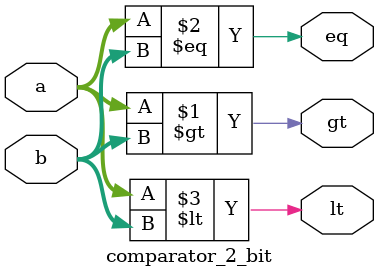
<source format=v>


module comparator_2_bit (
    input  [1:0] a,
    input  [1:0] b,
    output       gt,   // a > b
    output       eq,   // a == b
    output       lt    // a < b
);

    assign gt = (a > b);
    assign eq = (a == b);
    assign lt = (a < b);

endmodule

</source>
